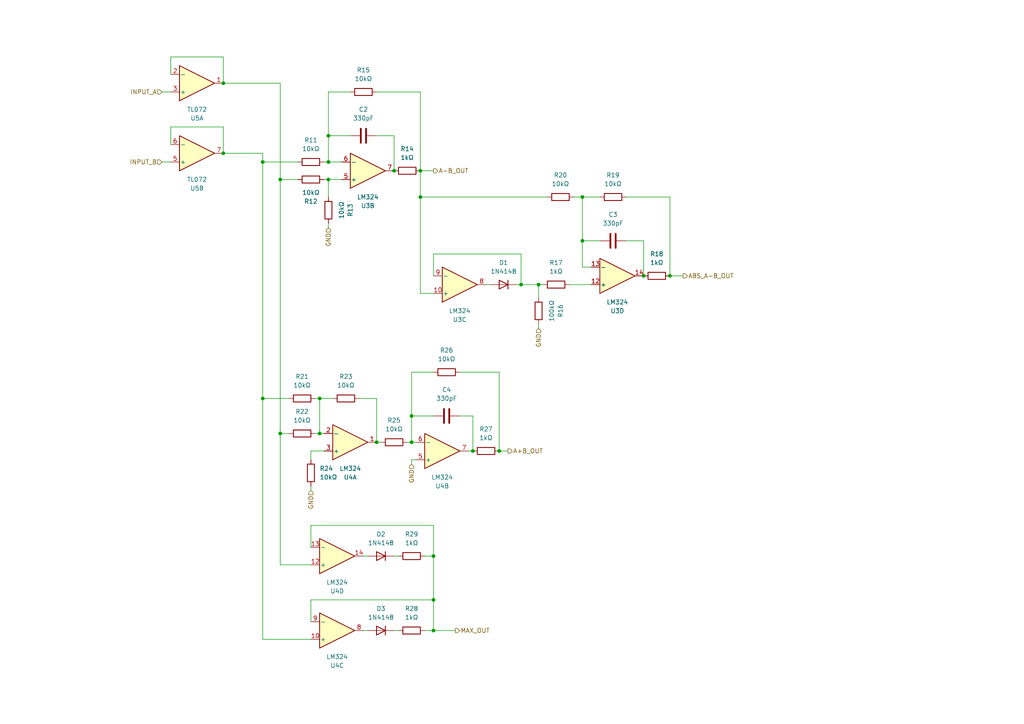
<source format=kicad_sch>
(kicad_sch (version 20250114) (generator "eeschema") (generator_version "9.0")
  (paper "A4")
  (lib_symbols
    (symbol "Amplifier_Operational:LM324" (pin_names (offset 0.127))
      (property "Reference" "U" (at 0 5.08 0))
      (property "Value" "LM324" (at 0 -5.08 0))
      (symbol "LM324_1_1"
        (polyline (pts (xy -5.08 5.08) (xy 5.08 0) (xy -5.08 -5.08) (xy -5.08 5.08)) (stroke (width 0.254)) (fill (type background)))
        (pin input line (at -7.62 2.54 0) (length 2.54) (name "+") (number "3"))
        (pin input line (at -7.62 -2.54 0) (length 2.54) (name "-") (number "2"))
        (pin output line (at 7.62 0 180) (length 2.54) (name "~") (number "1"))
      )
      (symbol "LM324_2_1"
        (polyline (pts (xy -5.08 5.08) (xy 5.08 0) (xy -5.08 -5.08) (xy -5.08 5.08)) (stroke (width 0.254)) (fill (type background)))
        (pin input line (at -7.62 2.54 0) (length 2.54) (name "+") (number "5"))
        (pin input line (at -7.62 -2.54 0) (length 2.54) (name "-") (number "6"))
        (pin output line (at 7.62 0 180) (length 2.54) (name "~") (number "7"))
      )
      (symbol "LM324_3_1"
        (polyline (pts (xy -5.08 5.08) (xy 5.08 0) (xy -5.08 -5.08) (xy -5.08 5.08)) (stroke (width 0.254)) (fill (type background)))
        (pin input line (at -7.62 2.54 0) (length 2.54) (name "+") (number "10"))
        (pin input line (at -7.62 -2.54 0) (length 2.54) (name "-") (number "9"))
        (pin output line (at 7.62 0 180) (length 2.54) (name "~") (number "8"))
      )
      (symbol "LM324_4_1"
        (polyline (pts (xy -5.08 5.08) (xy 5.08 0) (xy -5.08 -5.08) (xy -5.08 5.08)) (stroke (width 0.254)) (fill (type background)))
        (pin input line (at -7.62 2.54 0) (length 2.54) (name "+") (number "12"))
        (pin input line (at -7.62 -2.54 0) (length 2.54) (name "-") (number "13"))
        (pin output line (at 7.62 0 180) (length 2.54) (name "~") (number "14"))
      )
      (symbol "LM324_5_1"
        (pin power_in line (at -2.54 7.62 270) (length 3.81) (name "V+") (number "4"))
        (pin power_in line (at -2.54 -7.62 90) (length 3.81) (name "V-") (number "11"))
      )
    )
    (symbol "Amplifier_Operational:TL072" (pin_names (offset 0.127))
      (property "Reference" "U" (at 0 5.08 0))
      (property "Value" "TL072" (at 0 -5.08 0))
      (symbol "TL072_1_1"
        (polyline (pts (xy -5.08 5.08) (xy 5.08 0) (xy -5.08 -5.08) (xy -5.08 5.08)) (stroke (width 0.254)) (fill (type background)))
        (pin input line (at -7.62 2.54 0) (length 2.54) (name "+") (number "3"))
        (pin input line (at -7.62 -2.54 0) (length 2.54) (name "-") (number "2"))
        (pin output line (at 7.62 0 180) (length 2.54) (name "~") (number "1"))
      )
      (symbol "TL072_2_1"
        (polyline (pts (xy -5.08 5.08) (xy 5.08 0) (xy -5.08 -5.08) (xy -5.08 5.08)) (stroke (width 0.254)) (fill (type background)))
        (pin input line (at -7.62 2.54 0) (length 2.54) (name "+") (number "5"))
        (pin input line (at -7.62 -2.54 0) (length 2.54) (name "-") (number "6"))
        (pin output line (at 7.62 0 180) (length 2.54) (name "~") (number "7"))
      )
      (symbol "TL072_3_1"
        (pin power_in line (at -2.54 7.62 270) (length 3.81) (name "V+") (number "8"))
        (pin power_in line (at -2.54 -7.62 90) (length 3.81) (name "V-") (number "4"))
      )
    )
    (symbol "Device:C" (pin_numbers (hide yes)) (pin_names (offset 0.254))
      (property "Reference" "C" (at 0.635 2.54 0))
      (property "Value" "C" (at 0.635 -2.54 0))
      (symbol "C_0_1"
        (polyline (pts (xy -2.032 0.762) (xy 2.032 0.762)) (stroke (width 0.508)))
        (polyline (pts (xy -2.032 -0.762) (xy 2.032 -0.762)) (stroke (width 0.508)))
      )
      (symbol "C_1_1"
        (pin passive line (at 0 3.81 270) (length 2.794) (name "~") (number "1"))
        (pin passive line (at 0 -3.81 90) (length 2.794) (name "~") (number "2"))
      )
    )
    (symbol "Device:R" (pin_numbers (hide yes)) (pin_names (offset 0))
      (property "Reference" "R" (at 2.032 0 90))
      (property "Value" "R" (at 0 0 90))
      (symbol "R_0_1"
        (rectangle (start -1.016 -2.54) (end 1.016 2.54) (stroke (width 0.254)))
      )
      (symbol "R_1_1"
        (pin passive line (at 0 3.81 270) (length 1.27) (name "~") (number "1"))
        (pin passive line (at 0 -3.81 90) (length 1.27) (name "~") (number "2"))
      )
    )
    (symbol "Diode:1N4148" (pin_numbers (hide yes)) (pin_names (hide yes))
      (property "Reference" "D" (at 0 2.54 0))
      (property "Value" "1N4148" (at 0 -2.54 0))
      (symbol "1N4148_0_1"
        (polyline (pts (xy -1.27 1.27) (xy -1.27 -1.27)) (stroke (width 0.254)))
        (polyline (pts (xy 1.27 1.27) (xy 1.27 -1.27) (xy -1.27 0) (xy 1.27 1.27)) (stroke (width 0.254)))
        (polyline (pts (xy 1.27 0) (xy -1.27 0)))
      )
      (symbol "1N4148_1_1"
        (pin passive line (at -3.81 0 0) (length 2.54) (name "K") (number "1"))
        (pin passive line (at 3.81 0 180) (length 2.54) (name "A") (number "2"))
      )
    )
  )
  (junction (at 95.25 46.99))
  (junction (at 121.92 57.15))
  (junction (at 137.16 130.81))
  (junction (at 92.71 115.57))
  (junction (at 95.25 52.07))
  (junction (at 109.22 128.27))
  (junction (at 64.77 24.13))
  (junction (at 156.21 82.55))
  (junction (at 114.3 49.53))
  (junction (at 76.2 46.99))
  (junction (at 81.28 52.07))
  (junction (at 125.73 161.29))
  (junction (at 125.73 182.88))
  (junction (at 121.92 49.53))
  (junction (at 151.13 82.55))
  (junction (at 64.77 44.45))
  (junction (at 168.91 69.85))
  (junction (at 119.38 128.27))
  (junction (at 119.38 120.65))
  (junction (at 81.28 125.73))
  (junction (at 95.25 39.37))
  (junction (at 76.2 115.57))
  (junction (at 125.73 173.99))
  (junction (at 186.69 80.01))
  (junction (at 194.31 80.01))
  (junction (at 168.91 57.15))
  (junction (at 144.78 130.81))
  (junction (at 92.71 125.73))
  (wire (pts (xy 125.73 161.29) (xy 125.73 173.99)))
  (wire (pts (xy 135.89 130.81) (xy 137.16 130.81)))
  (wire (pts (xy 165.1 82.55) (xy 171.45 82.55)))
  (wire (pts (xy 118.11 128.27) (xy 119.38 128.27)))
  (wire (pts (xy 181.61 57.15) (xy 194.31 57.15)))
  (wire (pts (xy 90.17 173.99) (xy 125.73 173.99)))
  (wire (pts (xy 81.28 125.73) (xy 81.28 163.83)))
  (wire (pts (xy 95.25 66.04) (xy 95.25 64.77)))
  (wire (pts (xy 49.53 16.51) (xy 64.77 16.51)))
  (wire (pts (xy 109.22 115.57) (xy 109.22 128.27)))
  (wire (pts (xy 81.28 24.13) (xy 81.28 52.07)))
  (wire (pts (xy 49.53 41.91) (xy 49.53 36.83)))
  (wire (pts (xy 104.14 115.57) (xy 109.22 115.57)))
  (wire (pts (xy 81.28 163.83) (xy 90.17 163.83)))
  (wire (pts (xy 125.73 161.29) (xy 123.19 161.29)))
  (wire (pts (xy 95.25 46.99) (xy 95.25 39.37)))
  (wire (pts (xy 119.38 120.65) (xy 125.73 120.65)))
  (wire (pts (xy 121.92 85.09) (xy 125.73 85.09)))
  (wire (pts (xy 76.2 46.99) (xy 76.2 115.57)))
  (wire (pts (xy 194.31 80.01) (xy 198.12 80.01)))
  (wire (pts (xy 109.22 39.37) (xy 114.3 39.37)))
  (wire (pts (xy 90.17 133.35) (xy 90.17 130.81)))
  (wire (pts (xy 64.77 44.45) (xy 76.2 44.45)))
  (wire (pts (xy 76.2 44.45) (xy 76.2 46.99)))
  (wire (pts (xy 99.06 52.07) (xy 95.25 52.07)))
  (wire (pts (xy 166.37 57.15) (xy 168.91 57.15)))
  (wire (pts (xy 95.25 26.67) (xy 95.25 39.37)))
  (wire (pts (xy 81.28 24.13) (xy 64.77 24.13)))
  (wire (pts (xy 49.53 36.83) (xy 64.77 36.83)))
  (wire (pts (xy 106.68 161.29) (xy 105.41 161.29)))
  (wire (pts (xy 133.35 120.65) (xy 137.16 120.65)))
  (wire (pts (xy 119.38 107.95) (xy 119.38 120.65)))
  (wire (pts (xy 46.99 46.99) (xy 49.53 46.99)))
  (wire (pts (xy 125.73 173.99) (xy 125.73 182.88)))
  (wire (pts (xy 168.91 69.85) (xy 168.91 77.47)))
  (wire (pts (xy 168.91 57.15) (xy 168.91 69.85)))
  (wire (pts (xy 157.48 82.55) (xy 156.21 82.55)))
  (wire (pts (xy 156.21 82.55) (xy 156.21 86.36)))
  (wire (pts (xy 90.17 140.97) (xy 90.17 142.24)))
  (wire (pts (xy 194.31 57.15) (xy 194.31 80.01)))
  (wire (pts (xy 90.17 173.99) (xy 90.17 180.34)))
  (wire (pts (xy 90.17 152.4) (xy 125.73 152.4)))
  (wire (pts (xy 119.38 128.27) (xy 120.65 128.27)))
  (wire (pts (xy 114.3 161.29) (xy 115.57 161.29)))
  (wire (pts (xy 109.22 26.67) (xy 121.92 26.67)))
  (wire (pts (xy 99.06 46.99) (xy 95.25 46.99)))
  (wire (pts (xy 81.28 52.07) (xy 86.36 52.07)))
  (wire (pts (xy 125.73 152.4) (xy 125.73 161.29)))
  (wire (pts (xy 125.73 182.88) (xy 132.08 182.88)))
  (wire (pts (xy 95.25 52.07) (xy 95.25 57.15)))
  (wire (pts (xy 171.45 77.47) (xy 168.91 77.47)))
  (wire (pts (xy 156.21 82.55) (xy 151.13 82.55)))
  (wire (pts (xy 114.3 39.37) (xy 114.3 49.53)))
  (wire (pts (xy 114.3 182.88) (xy 115.57 182.88)))
  (wire (pts (xy 149.86 82.55) (xy 151.13 82.55)))
  (wire (pts (xy 90.17 158.75) (xy 90.17 152.4)))
  (wire (pts (xy 156.21 93.98) (xy 156.21 95.25)))
  (wire (pts (xy 144.78 130.81) (xy 147.32 130.81)))
  (wire (pts (xy 46.99 26.67) (xy 49.53 26.67)))
  (wire (pts (xy 121.92 26.67) (xy 121.92 49.53)))
  (wire (pts (xy 92.71 115.57) (xy 92.71 125.73)))
  (wire (pts (xy 173.99 57.15) (xy 168.91 57.15)))
  (wire (pts (xy 121.92 57.15) (xy 158.75 57.15)))
  (wire (pts (xy 76.2 115.57) (xy 76.2 185.42)))
  (wire (pts (xy 95.25 52.07) (xy 93.98 52.07)))
  (wire (pts (xy 110.49 128.27) (xy 109.22 128.27)))
  (wire (pts (xy 133.35 107.95) (xy 144.78 107.95)))
  (wire (pts (xy 92.71 125.73) (xy 93.98 125.73)))
  (wire (pts (xy 125.73 107.95) (xy 119.38 107.95)))
  (wire (pts (xy 64.77 36.83) (xy 64.77 44.45)))
  (wire (pts (xy 186.69 69.85) (xy 186.69 80.01)))
  (wire (pts (xy 92.71 115.57) (xy 91.44 115.57)))
  (wire (pts (xy 121.92 49.53) (xy 125.73 49.53)))
  (wire (pts (xy 125.73 80.01) (xy 125.73 73.66)))
  (wire (pts (xy 64.77 16.51) (xy 64.77 24.13)))
  (wire (pts (xy 76.2 185.42) (xy 90.17 185.42)))
  (wire (pts (xy 96.52 115.57) (xy 92.71 115.57)))
  (wire (pts (xy 142.24 82.55) (xy 140.97 82.55)))
  (wire (pts (xy 95.25 39.37) (xy 101.6 39.37)))
  (wire (pts (xy 76.2 46.99) (xy 86.36 46.99)))
  (wire (pts (xy 90.17 130.81) (xy 93.98 130.81)))
  (wire (pts (xy 181.61 69.85) (xy 186.69 69.85)))
  (wire (pts (xy 168.91 69.85) (xy 173.99 69.85)))
  (wire (pts (xy 119.38 133.35) (xy 119.38 134.62)))
  (wire (pts (xy 123.19 182.88) (xy 125.73 182.88)))
  (wire (pts (xy 125.73 73.66) (xy 151.13 73.66)))
  (wire (pts (xy 121.92 57.15) (xy 121.92 85.09)))
  (wire (pts (xy 92.71 125.73) (xy 91.44 125.73)))
  (wire (pts (xy 119.38 133.35) (xy 120.65 133.35)))
  (wire (pts (xy 49.53 21.59) (xy 49.53 16.51)))
  (wire (pts (xy 119.38 128.27) (xy 119.38 120.65)))
  (wire (pts (xy 121.92 49.53) (xy 121.92 57.15)))
  (wire (pts (xy 101.6 26.67) (xy 95.25 26.67)))
  (wire (pts (xy 106.68 182.88) (xy 105.41 182.88)))
  (wire (pts (xy 144.78 107.95) (xy 144.78 130.81)))
  (wire (pts (xy 137.16 120.65) (xy 137.16 130.81)))
  (wire (pts (xy 151.13 82.55) (xy 151.13 73.66)))
  (wire (pts (xy 95.25 46.99) (xy 93.98 46.99)))
  (wire (pts (xy 83.82 115.57) (xy 76.2 115.57)))
  (wire (pts (xy 81.28 52.07) (xy 81.28 125.73)))
  (wire (pts (xy 81.28 125.73) (xy 83.82 125.73)))
  (hierarchical_label "GND" (shape input) (at 156.21 95.25 270))
  (hierarchical_label "INPUT_A" (shape input) (at 46.99 26.67 180))
  (hierarchical_label "ABS_A-B_OUT" (shape output) (at 198.12 80.01 0))
  (hierarchical_label "A-B_OUT" (shape output) (at 125.73 49.53 0))
  (hierarchical_label "MAX_OUT" (shape output) (at 132.08 182.88 0))
  (hierarchical_label "A+B_OUT" (shape output) (at 147.32 130.81 0))
  (hierarchical_label "INPUT_B" (shape input) (at 46.99 46.99 180))
  (hierarchical_label "GND" (shape input) (at 95.25 66.04 270))
  (hierarchical_label "GND" (shape input) (at 119.38 134.62 270))
  (hierarchical_label "GND" (shape input) (at 90.17 142.24 270))
  (symbol (lib_id "Amplifier_Operational:LM324") (at 179.07 80.01 0) (mirror x) (unit 4)
    (property "Reference" "U3" (at 179.07 90.17 0))
    (property "Value" "LM324" (at 179.07 87.63 0))
    (property "Footprint" "Package_SO:SOIC-14_3.9x8.7mm_P1.27mm" (effects (hide yes)))
    (property "Datasheet" "http://www.ti.com/lit/ds/symlink/lm2902-n.pdf" (effects (hide yes)))
    (property "Description" "Low-Power, Quad-Operational Amplifiers, DIP-14/SOIC-14/SSOP-14" (effects (hide yes)))
    (property "JLC" "C7943" (effects (hide yes)))
  )
  (symbol (lib_id "Amplifier_Operational:LM324") (at 97.79 161.29 0) (mirror x) (unit 4)
    (property "Reference" "U4" (at 97.79 171.45 0))
    (property "Value" "LM324" (at 97.79 168.91 0))
    (property "Footprint" "Package_SO:SOIC-14_3.9x8.7mm_P1.27mm" (effects (hide yes)))
    (property "Datasheet" "http://www.ti.com/lit/ds/symlink/lm2902-n.pdf" (effects (hide yes)))
    (property "Description" "Low-Power, Quad-Operational Amplifiers, DIP-14/SOIC-14/SSOP-14" (effects (hide yes)))
    (property "JLC" "C7943" (effects (hide yes)))
  )
  (symbol (lib_id "Amplifier_Operational:LM324") (at 97.79 182.88 0) (mirror x) (unit 3)
    (property "Reference" "U4" (at 97.79 193.04 0))
    (property "Value" "LM324" (at 97.79 190.5 0))
    (property "Footprint" "Package_SO:SOIC-14_3.9x8.7mm_P1.27mm" (effects (hide yes)))
    (property "Datasheet" "http://www.ti.com/lit/ds/symlink/lm2902-n.pdf" (effects (hide yes)))
    (property "Description" "Low-Power, Quad-Operational Amplifiers, DIP-14/SOIC-14/SSOP-14" (effects (hide yes)))
    (property "JLC" "C7943" (effects (hide yes)))
  )
  (symbol (lib_id "Device:R") (at 118.11 49.53 90) (unit 1)
    (property "Reference" "R14" (at 118.11 43.18 90))
    (property "Value" "1kΩ" (at 118.11 45.72 90))
    (property "Footprint" "Resistor_SMD:R_0805_2012Metric_Pad1.20x1.40mm_HandSolder" (effects (hide yes)))
    (property "Description" "Resistor" (effects (hide yes)))
    (property "JLC" "C17513" (effects (hide yes)))
  )
  (symbol (lib_id "Device:C") (at 105.41 39.37 90) (unit 1)
    (property "Reference" "C2" (at 105.41 31.75 90))
    (property "Value" "330pF" (at 105.41 34.29 90))
    (property "Footprint" "Capacitor_SMD:C_0805_2012Metric_Pad1.18x1.45mm_HandSolder" (effects (hide yes)))
    (property "Description" "Unpolarized capacitor" (effects (hide yes)))
    (property "JLC" "C376974" (effects (hide yes)))
  )
  (symbol (lib_id "Device:R") (at 95.25 60.96 0) (mirror x) (unit 1)
    (property "Reference" "R13" (at 101.6 60.96 90))
    (property "Value" "10kΩ" (at 99.06 60.96 90))
    (property "Footprint" "Resistor_SMD:R_0805_2012Metric_Pad1.20x1.40mm_HandSolder" (effects (hide yes)))
    (property "Description" "Resistor" (effects (hide yes)))
    (property "JLC" "C17414" (effects (hide yes)))
  )
  (symbol (lib_id "Diode:1N4148") (at 146.05 82.55 180) (unit 1)
    (property "Reference" "D1" (at 146.05 76.2 0))
    (property "Value" "1N4148" (at 146.05 78.74 0))
    (property "Footprint" "Diode_SMD:D_SOD-123" (effects (hide yes)))
    (property "Datasheet" "https://assets.nexperia.com/documents/data-sheet/1N4148_1N4448.pdf" (effects (hide yes)))
    (property "Description" "100V 0.15A standard switching diode, DO-35" (effects (hide yes)))
    (property "Sim.Device" "D" (effects (hide yes)))
    (property "Sim.Pins" "1=K 2=A" (effects (hide yes)))
    (property "JLC" "C5443965" (effects (hide yes)))
  )
  (symbol (lib_id "Amplifier_Operational:TL072") (at 57.15 44.45 0) (mirror x) (unit 2)
    (property "Reference" "U5" (at 57.15 54.61 0))
    (property "Value" "TL072" (at 57.15 52.07 0))
    (property "Footprint" "Package_SO:SOP-8_3.9x4.9mm_P1.27mm" (effects (hide yes)))
    (property "Datasheet" "http://www.ti.com/lit/ds/symlink/tl071.pdf" (effects (hide yes)))
    (property "Description" "Dual Low-Noise JFET-Input Operational Amplifiers, DIP-8/SOIC-8" (effects (hide yes)))
    (property "JLC" "C5310783" (effects (hide yes)))
  )
  (symbol (lib_id "Diode:1N4148") (at 110.49 161.29 180) (unit 1)
    (property "Reference" "D2" (at 110.49 154.94 0))
    (property "Value" "1N4148" (at 110.49 157.48 0))
    (property "Footprint" "Diode_SMD:D_SOD-123" (effects (hide yes)))
    (property "Datasheet" "https://assets.nexperia.com/documents/data-sheet/1N4148_1N4448.pdf" (effects (hide yes)))
    (property "Description" "100V 0.15A standard switching diode, DO-35" (effects (hide yes)))
    (property "Sim.Device" "D" (effects (hide yes)))
    (property "Sim.Pins" "1=K 2=A" (effects (hide yes)))
    (property "JLC" "C5443965" (effects (hide yes)))
  )
  (symbol (lib_id "Device:C") (at 129.54 120.65 90) (unit 1)
    (property "Reference" "C4" (at 129.54 113.03 90))
    (property "Value" "330pF" (at 129.54 115.57 90))
    (property "Footprint" "Capacitor_SMD:C_0805_2012Metric_Pad1.18x1.45mm_HandSolder" (effects (hide yes)))
    (property "Description" "Unpolarized capacitor" (effects (hide yes)))
    (property "JLC" "C376974" (effects (hide yes)))
  )
  (symbol (lib_id "Device:R") (at 140.97 130.81 90) (unit 1)
    (property "Reference" "R27" (at 140.97 124.46 90))
    (property "Value" "1kΩ" (at 140.97 127 90))
    (property "Footprint" "Resistor_SMD:R_0805_2012Metric_Pad1.20x1.40mm_HandSolder" (effects (hide yes)))
    (property "Description" "Resistor" (effects (hide yes)))
    (property "JLC" "C17513" (effects (hide yes)))
  )
  (symbol (lib_id "Device:R") (at 161.29 82.55 90) (unit 1)
    (property "Reference" "R17" (at 161.29 76.2 90))
    (property "Value" "1kΩ" (at 161.29 78.74 90))
    (property "Footprint" "Resistor_SMD:R_0805_2012Metric_Pad1.20x1.40mm_HandSolder" (effects (hide yes)))
    (property "Description" "Resistor" (effects (hide yes)))
    (property "JLC" "C17513" (effects (hide yes)))
  )
  (symbol (lib_id "Device:R") (at 162.56 57.15 90) (unit 1)
    (property "Reference" "R20" (at 162.56 50.8 90))
    (property "Value" "10kΩ" (at 162.56 53.34 90))
    (property "Footprint" "Resistor_SMD:R_0805_2012Metric_Pad1.20x1.40mm_HandSolder" (effects (hide yes)))
    (property "Description" "Resistor" (effects (hide yes)))
    (property "JLC" "C17414" (effects (hide yes)))
  )
  (symbol (lib_id "Device:R") (at 90.17 52.07 90) (mirror x) (unit 1)
    (property "Reference" "R12" (at 90.17 58.42 90))
    (property "Value" "10kΩ" (at 90.17 55.88 90))
    (property "Footprint" "Resistor_SMD:R_0805_2012Metric_Pad1.20x1.40mm_HandSolder" (effects (hide yes)))
    (property "Description" "Resistor" (effects (hide yes)))
    (property "JLC" "C17414" (effects (hide yes)))
  )
  (symbol (lib_id "Amplifier_Operational:TL072") (at 57.15 24.13 0) (mirror x) (unit 1)
    (property "Reference" "U5" (at 57.15 34.29 0))
    (property "Value" "TL072" (at 57.15 31.75 0))
    (property "Footprint" "Package_SO:SOP-8_3.9x4.9mm_P1.27mm" (effects (hide yes)))
    (property "Datasheet" "http://www.ti.com/lit/ds/symlink/tl071.pdf" (effects (hide yes)))
    (property "Description" "Dual Low-Noise JFET-Input Operational Amplifiers, DIP-8/SOIC-8" (effects (hide yes)))
    (property "JLC" "C5310783" (effects (hide yes)))
  )
  (symbol (lib_id "Device:R") (at 90.17 46.99 90) (unit 1)
    (property "Reference" "R11" (at 90.17 40.64 90))
    (property "Value" "10kΩ" (at 90.17 43.18 90))
    (property "Footprint" "Resistor_SMD:R_0805_2012Metric_Pad1.20x1.40mm_HandSolder" (effects (hide yes)))
    (property "Description" "Resistor" (effects (hide yes)))
    (property "JLC" "C17414" (effects (hide yes)))
  )
  (symbol (lib_id "Diode:1N4148") (at 110.49 182.88 180) (unit 1)
    (property "Reference" "D3" (at 110.49 176.53 0))
    (property "Value" "1N4148" (at 110.49 179.07 0))
    (property "Footprint" "Diode_SMD:D_SOD-123" (effects (hide yes)))
    (property "Datasheet" "https://assets.nexperia.com/documents/data-sheet/1N4148_1N4448.pdf" (effects (hide yes)))
    (property "Description" "100V 0.15A standard switching diode, DO-35" (effects (hide yes)))
    (property "Sim.Device" "D" (effects (hide yes)))
    (property "Sim.Pins" "1=K 2=A" (effects (hide yes)))
    (property "JLC" "C5443965" (effects (hide yes)))
  )
  (symbol (lib_id "Device:R") (at 87.63 115.57 90) (unit 1)
    (property "Reference" "R21" (at 87.63 109.22 90))
    (property "Value" "10kΩ" (at 87.63 111.76 90))
    (property "Footprint" "Resistor_SMD:R_0805_2012Metric_Pad1.20x1.40mm_HandSolder" (effects (hide yes)))
    (property "Description" "Resistor" (effects (hide yes)))
    (property "JLC" "C17414" (effects (hide yes)))
  )
  (symbol (lib_id "Device:R") (at 100.33 115.57 90) (unit 1)
    (property "Reference" "R23" (at 100.33 109.22 90))
    (property "Value" "10kΩ" (at 100.33 111.76 90))
    (property "Footprint" "Resistor_SMD:R_0805_2012Metric_Pad1.20x1.40mm_HandSolder" (effects (hide yes)))
    (property "Description" "Resistor" (effects (hide yes)))
    (property "JLC" "C17414" (effects (hide yes)))
  )
  (symbol (lib_id "Device:R") (at 129.54 107.95 90) (unit 1)
    (property "Reference" "R26" (at 129.54 101.6 90))
    (property "Value" "10kΩ" (at 129.54 104.14 90))
    (property "Footprint" "Resistor_SMD:R_0805_2012Metric_Pad1.20x1.40mm_HandSolder" (effects (hide yes)))
    (property "Description" "Resistor" (effects (hide yes)))
    (property "JLC" "C17414" (effects (hide yes)))
  )
  (symbol (lib_id "Amplifier_Operational:LM324") (at 101.6 128.27 0) (mirror x) (unit 1)
    (property "Reference" "U4" (at 101.6 138.43 0))
    (property "Value" "LM324" (at 101.6 135.89 0))
    (property "Footprint" "Package_SO:SOIC-14_3.9x8.7mm_P1.27mm" (effects (hide yes)))
    (property "Datasheet" "http://www.ti.com/lit/ds/symlink/lm2902-n.pdf" (effects (hide yes)))
    (property "Description" "Low-Power, Quad-Operational Amplifiers, DIP-14/SOIC-14/SSOP-14" (effects (hide yes)))
    (property "JLC" "C7943" (effects (hide yes)))
  )
  (symbol (lib_id "Device:R") (at 177.8 57.15 90) (unit 1)
    (property "Reference" "R19" (at 177.8 50.8 90))
    (property "Value" "10kΩ" (at 177.8 53.34 90))
    (property "Footprint" "Resistor_SMD:R_0805_2012Metric_Pad1.20x1.40mm_HandSolder" (effects (hide yes)))
    (property "Description" "Resistor" (effects (hide yes)))
    (property "JLC" "C17414" (effects (hide yes)))
  )
  (symbol (lib_id "Device:R") (at 114.3 128.27 90) (unit 1)
    (property "Reference" "R25" (at 114.3 121.92 90))
    (property "Value" "10kΩ" (at 114.3 124.46 90))
    (property "Footprint" "Resistor_SMD:R_0805_2012Metric_Pad1.20x1.40mm_HandSolder" (effects (hide yes)))
    (property "Description" "Resistor" (effects (hide yes)))
    (property "JLC" "C17414" (effects (hide yes)))
  )
  (symbol (lib_id "Device:C") (at 177.8 69.85 90) (unit 1)
    (property "Reference" "C3" (at 177.8 62.23 90))
    (property "Value" "330pF" (at 177.8 64.77 90))
    (property "Footprint" "Capacitor_SMD:C_0805_2012Metric_Pad1.18x1.45mm_HandSolder" (effects (hide yes)))
    (property "Description" "Unpolarized capacitor" (effects (hide yes)))
    (property "JLC" "C376974" (effects (hide yes)))
  )
  (symbol (lib_id "Device:R") (at 105.41 26.67 90) (unit 1)
    (property "Reference" "R15" (at 105.41 20.32 90))
    (property "Value" "10kΩ" (at 105.41 22.86 90))
    (property "Footprint" "Resistor_SMD:R_0805_2012Metric_Pad1.20x1.40mm_HandSolder" (effects (hide yes)))
    (property "Description" "Resistor" (effects (hide yes)))
    (property "JLC" "C17414" (effects (hide yes)))
  )
  (symbol (lib_id "Amplifier_Operational:LM324") (at 133.35 82.55 0) (mirror x) (unit 3)
    (property "Reference" "U3" (at 133.35 92.71 0))
    (property "Value" "LM324" (at 133.35 90.17 0))
    (property "Footprint" "Package_SO:SOIC-14_3.9x8.7mm_P1.27mm" (effects (hide yes)))
    (property "Datasheet" "http://www.ti.com/lit/ds/symlink/lm2902-n.pdf" (effects (hide yes)))
    (property "Description" "Low-Power, Quad-Operational Amplifiers, DIP-14/SOIC-14/SSOP-14" (effects (hide yes)))
    (property "JLC" "C7943" (effects (hide yes)))
  )
  (symbol (lib_id "Device:R") (at 119.38 161.29 90) (unit 1)
    (property "Reference" "R29" (at 119.38 154.94 90))
    (property "Value" "1kΩ" (at 119.38 157.48 90))
    (property "Footprint" "Resistor_SMD:R_0805_2012Metric_Pad1.20x1.40mm_HandSolder" (effects (hide yes)))
    (property "Description" "Resistor" (effects (hide yes)))
    (property "JLC" "C17513" (effects (hide yes)))
  )
  (symbol (lib_id "Device:R") (at 87.63 125.73 90) (unit 1)
    (property "Reference" "R22" (at 87.63 119.38 90))
    (property "Value" "10kΩ" (at 87.63 121.92 90))
    (property "Footprint" "Resistor_SMD:R_0805_2012Metric_Pad1.20x1.40mm_HandSolder" (effects (hide yes)))
    (property "Description" "Resistor" (effects (hide yes)))
    (property "JLC" "C17414" (effects (hide yes)))
  )
  (symbol (lib_id "Amplifier_Operational:LM324") (at 106.68 49.53 0) (mirror x) (unit 2)
    (property "Reference" "U3" (at 106.68 59.69 0))
    (property "Value" "LM324" (at 106.68 57.15 0))
    (property "Footprint" "Package_SO:SOIC-14_3.9x8.7mm_P1.27mm" (effects (hide yes)))
    (property "Datasheet" "http://www.ti.com/lit/ds/symlink/lm2902-n.pdf" (effects (hide yes)))
    (property "Description" "Low-Power, Quad-Operational Amplifiers, DIP-14/SOIC-14/SSOP-14" (effects (hide yes)))
    (property "JLC" "C7943" (effects (hide yes)))
  )
  (symbol (lib_id "Device:R") (at 190.5 80.01 90) (unit 1)
    (property "Reference" "R18" (at 190.5 73.66 90))
    (property "Value" "1kΩ" (at 190.5 76.2 90))
    (property "Footprint" "Resistor_SMD:R_0805_2012Metric_Pad1.20x1.40mm_HandSolder" (effects (hide yes)))
    (property "Description" "Resistor" (effects (hide yes)))
    (property "JLC" "C17513" (effects (hide yes)))
  )
  (symbol (lib_id "Device:R") (at 90.17 137.16 0) (unit 1)
    (property "Reference" "R24" (at 92.71 135.8899 0) (effects (justify left)))
    (property "Value" "10kΩ" (at 92.71 138.4299 0) (effects (justify left)))
    (property "Footprint" "Resistor_SMD:R_0805_2012Metric_Pad1.20x1.40mm_HandSolder" (effects (hide yes)))
    (property "Description" "Resistor" (effects (hide yes)))
    (property "JLC" "C17414" (effects (hide yes)))
  )
  (symbol (lib_id "Device:R") (at 156.21 90.17 0) (mirror x) (unit 1)
    (property "Reference" "R16" (at 162.56 90.17 90))
    (property "Value" "100kΩ" (at 160.02 90.17 90))
    (property "Footprint" "Resistor_SMD:R_0805_2012Metric_Pad1.20x1.40mm_HandSolder" (effects (hide yes)))
    (property "Description" "Resistor" (effects (hide yes)))
    (property "JLC" "C149504" (effects (hide yes)))
  )
  (symbol (lib_id "Amplifier_Operational:LM324") (at 128.27 130.81 0) (mirror x) (unit 2)
    (property "Reference" "U4" (at 128.27 140.97 0))
    (property "Value" "LM324" (at 128.27 138.43 0))
    (property "Footprint" "Package_SO:SOIC-14_3.9x8.7mm_P1.27mm" (effects (hide yes)))
    (property "Datasheet" "http://www.ti.com/lit/ds/symlink/lm2902-n.pdf" (effects (hide yes)))
    (property "Description" "Low-Power, Quad-Operational Amplifiers, DIP-14/SOIC-14/SSOP-14" (effects (hide yes)))
    (property "JLC" "C7943" (effects (hide yes)))
  )
  (symbol (lib_id "Device:R") (at 119.38 182.88 90) (unit 1)
    (property "Reference" "R28" (at 119.38 176.53 90))
    (property "Value" "1kΩ" (at 119.38 179.07 90))
    (property "Footprint" "Resistor_SMD:R_0805_2012Metric_Pad1.20x1.40mm_HandSolder" (effects (hide yes)))
    (property "Description" "Resistor" (effects (hide yes)))
    (property "JLC" "C17513" (effects (hide yes)))
  )
)
</source>
